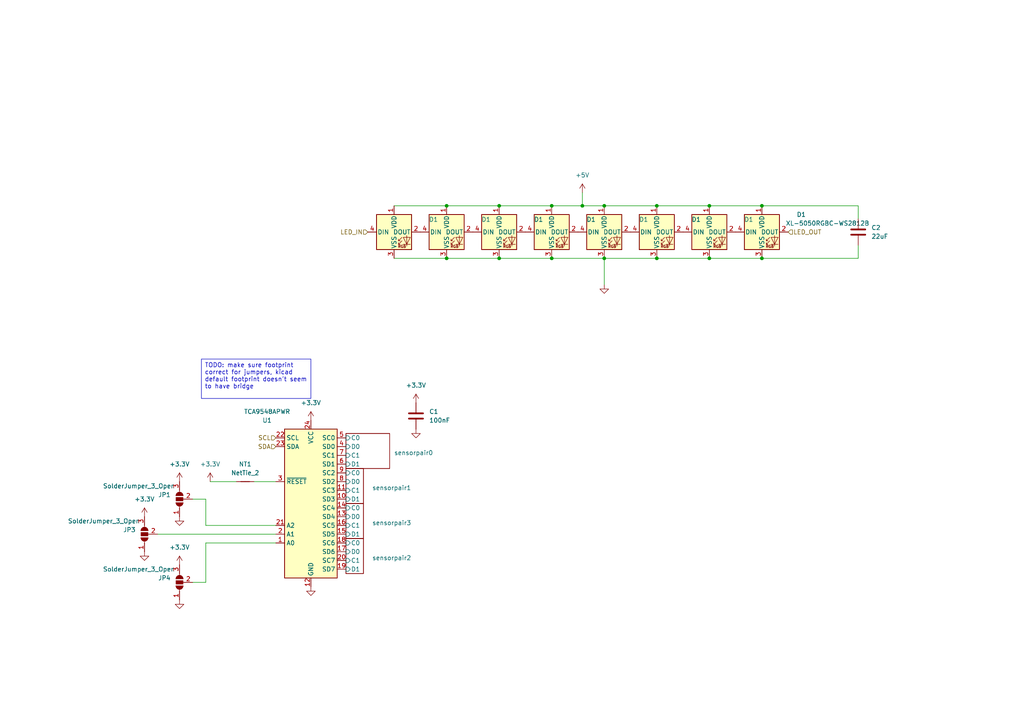
<source format=kicad_sch>
(kicad_sch (version 20230121) (generator eeschema)
  (paper "A4")
  (lib_symbols
    (symbol "Device:C" (pin_numbers hide) (pin_names (offset 0.254))
      (property "Reference" "C" (at 0.635 2.54 0))
      (property "Value" "C" (at 0.635 -2.54 0))
      (symbol "C_0_1"
        (polyline (pts (xy -2.032 -0.762) (xy 2.032 -0.762)) (stroke (width 0.508)))
        (polyline (pts (xy -2.032 0.762) (xy 2.032 0.762)) (stroke (width 0.508)))
      )
      (symbol "C_1_1"
        (pin passive line (at 0 3.81 270) (length 2.794) (name "~") (number "1"))
        (pin passive line (at 0 -3.81 90) (length 2.794) (name "~") (number "2"))
      )
    )
    (symbol "Device:NetTie_2" (pin_numbers hide) (pin_names (offset 0) hide) (in_bom no)
      (property "Reference" "NT" (at 0 1.27 0))
      (property "Value" "NetTie_2" (at 0 -1.27 0))
      (symbol "NetTie_2_0_1"
        (polyline (pts (xy -1.27 0) (xy 1.27 0)) (stroke (width 0.254)))
      )
      (symbol "NetTie_2_1_1"
        (pin passive line (at -2.54 0 0) (length 2.54) (name "1") (number "1"))
        (pin passive line (at 2.54 0 180) (length 2.54) (name "2") (number "2"))
      )
    )
    (symbol "Interface_Expansion:PCA9548ADB"
      (property "Reference" "U" (at -7.62 21.59 0))
      (property "Value" "PCA9548ADB" (at 1.016 21.59 0))
      (symbol "PCA9548ADB_0_1"
        (rectangle (start -7.62 20.32) (end 7.62 -22.86) (stroke (width 0.254)) (fill (type background)))
      )
      (symbol "PCA9548ADB_1_1"
        (pin input line (at -10.16 -12.7 0) (length 2.54) (name "A0") (number "1"))
        (pin bidirectional line (at 10.16 0 180) (length 2.54) (name "SD3") (number "10"))
        (pin output line (at 10.16 2.54 180) (length 2.54) (name "SC3") (number "11"))
        (pin power_in line (at 0 -25.4 90) (length 2.54) (name "GND") (number "12"))
        (pin bidirectional line (at 10.16 -5.08 180) (length 2.54) (name "SD4") (number "13"))
        (pin output line (at 10.16 -2.54 180) (length 2.54) (name "SC4") (number "14"))
        (pin bidirectional line (at 10.16 -10.16 180) (length 2.54) (name "SD5") (number "15"))
        (pin output line (at 10.16 -7.62 180) (length 2.54) (name "SC5") (number "16"))
        (pin bidirectional line (at 10.16 -15.24 180) (length 2.54) (name "SD6") (number "17"))
        (pin output line (at 10.16 -12.7 180) (length 2.54) (name "SC6") (number "18"))
        (pin bidirectional line (at 10.16 -20.32 180) (length 2.54) (name "SD7") (number "19"))
        (pin input line (at -10.16 -10.16 0) (length 2.54) (name "A1") (number "2"))
        (pin output line (at 10.16 -17.78 180) (length 2.54) (name "SC7") (number "20"))
        (pin input line (at -10.16 -7.62 0) (length 2.54) (name "A2") (number "21"))
        (pin input line (at -10.16 17.78 0) (length 2.54) (name "SCL") (number "22"))
        (pin bidirectional line (at -10.16 15.24 0) (length 2.54) (name "SDA") (number "23"))
        (pin power_in line (at 0 22.86 270) (length 2.54) (name "VCC") (number "24"))
        (pin input line (at -10.16 5.08 0) (length 2.54) (name "~{RESET}") (number "3"))
        (pin bidirectional line (at 10.16 15.24 180) (length 2.54) (name "SD0") (number "4"))
        (pin output line (at 10.16 17.78 180) (length 2.54) (name "SC0") (number "5"))
        (pin bidirectional line (at 10.16 10.16 180) (length 2.54) (name "SD1") (number "6"))
        (pin output line (at 10.16 12.7 180) (length 2.54) (name "SC1") (number "7"))
        (pin bidirectional line (at 10.16 5.08 180) (length 2.54) (name "SD2") (number "8"))
        (pin output line (at 10.16 7.62 180) (length 2.54) (name "SC2") (number "9"))
      )
    )
    (symbol "Jumper:SolderJumper_3_Open" (pin_names (offset 0) hide)
      (property "Reference" "JP" (at -2.54 -2.54 0))
      (property "Value" "SolderJumper_3_Open" (at 0 2.794 0))
      (symbol "SolderJumper_3_Open_0_1"
        (arc (start -1.016 1.016) (mid -2.0276 0) (end -1.016 -1.016))
        (arc (start -1.016 1.016) (mid -2.0276 0) (end -1.016 -1.016) (fill (type outline)))
        (rectangle (start -0.508 1.016) (end 0.508 -1.016) (fill (type outline)))
        (polyline (pts (xy -2.54 0) (xy -2.032 0)))
        (polyline (pts (xy -1.016 1.016) (xy -1.016 -1.016)))
        (polyline (pts (xy 0 -1.27) (xy 0 -1.016)))
        (polyline (pts (xy 1.016 1.016) (xy 1.016 -1.016)))
        (polyline (pts (xy 2.54 0) (xy 2.032 0)))
        (arc (start 1.016 -1.016) (mid 2.0276 0) (end 1.016 1.016))
        (arc (start 1.016 -1.016) (mid 2.0276 0) (end 1.016 1.016) (fill (type outline)))
      )
      (symbol "SolderJumper_3_Open_1_1"
        (pin passive line (at -5.08 0 0) (length 2.54) (name "A") (number "1"))
        (pin passive line (at 0 -3.81 90) (length 2.54) (name "C") (number "2"))
        (pin passive line (at 5.08 0 180) (length 2.54) (name "B") (number "3"))
      )
    )
    (symbol "LED:WS2812B" (pin_names (offset 0.254))
      (property "Reference" "D" (at 5.08 5.715 0))
      (property "Value" "WS2812B" (at 1.27 -5.715 0))
      (symbol "WS2812B_0_0"
        (text "RGB" (at 2.286 -4.191 0) (effects (font (size 0.762 0.762))))
      )
      (symbol "WS2812B_0_1"
        (polyline (pts (xy 1.27 -3.556) (xy 1.778 -3.556)))
        (polyline (pts (xy 1.27 -2.54) (xy 1.778 -2.54)))
        (polyline (pts (xy 4.699 -3.556) (xy 2.667 -3.556)))
        (polyline (pts (xy 2.286 -2.54) (xy 1.27 -3.556) (xy 1.27 -3.048)))
        (polyline (pts (xy 2.286 -1.524) (xy 1.27 -2.54) (xy 1.27 -2.032)))
        (polyline (pts (xy 3.683 -1.016) (xy 3.683 -3.556) (xy 3.683 -4.064)))
        (polyline (pts (xy 4.699 -1.524) (xy 2.667 -1.524) (xy 3.683 -3.556) (xy 4.699 -1.524)))
        (rectangle (start 5.08 5.08) (end -5.08 -5.08) (stroke (width 0.254)) (fill (type background)))
      )
      (symbol "WS2812B_1_1"
        (pin power_in line (at 0 7.62 270) (length 2.54) (name "VDD") (number "1"))
        (pin output line (at 7.62 0 180) (length 2.54) (name "DOUT") (number "2"))
        (pin power_in line (at 0 -7.62 90) (length 2.54) (name "VSS") (number "3"))
        (pin input line (at -7.62 0 0) (length 2.54) (name "DIN") (number "4"))
      )
    )
    (symbol "power:+3.3V" (power) (pin_names (offset 0))
      (property "Value" "+3.3V" (at 0 3.556 0))
      (symbol "+3.3V_0_1"
        (polyline (pts (xy -0.762 1.27) (xy 0 2.54)))
        (polyline (pts (xy 0 0) (xy 0 2.54)))
        (polyline (pts (xy 0 2.54) (xy 0.762 1.27)))
      )
      (symbol "+3.3V_1_1"
        (pin power_in line (at 0 0 90) (length 0) hide (name "+3.3V") (number "1"))
      )
    )
    (symbol "power:+5V" (power) (pin_names (offset 0))
      (property "Value" "+5V" (at 0 3.556 0))
      (symbol "+5V_0_1"
        (polyline (pts (xy -0.762 1.27) (xy 0 2.54)))
        (polyline (pts (xy 0 0) (xy 0 2.54)))
        (polyline (pts (xy 0 2.54) (xy 0.762 1.27)))
      )
      (symbol "+5V_1_1"
        (pin power_in line (at 0 0 90) (length 0) hide (name "+5V") (number "1"))
      )
    )
    (symbol "power:GND" (power) (pin_names (offset 0))
      (property "Value" "GND" (at 0 -3.81 0))
      (symbol "GND_0_1"
        (polyline (pts (xy 0 0) (xy 0 -1.27) (xy 1.27 -1.27) (xy 0 -2.54) (xy -1.27 -1.27) (xy 0 -1.27)))
      )
      (symbol "GND_1_1"
        (pin power_in line (at 0 0 270) (length 0) hide (name "GND") (number "1"))
      )
    )
  )
  (junction (at 205.74 59.69))
  (junction (at 160.02 59.69))
  (junction (at 190.5 59.69))
  (junction (at 175.26 59.69))
  (junction (at 168.91 59.69))
  (junction (at 205.74 74.93))
  (junction (at 160.02 74.93))
  (junction (at 220.98 59.69))
  (junction (at 175.26 74.93))
  (junction (at 144.78 59.69))
  (junction (at 129.54 59.69))
  (junction (at 144.78 74.93))
  (junction (at 220.98 74.93))
  (junction (at 129.54 74.93))
  (junction (at 190.5 74.93))
  (wire (pts (xy 248.92 59.69) (xy 248.92 63.5)))
  (wire (pts (xy 160.02 74.93) (xy 175.26 74.93)))
  (wire (pts (xy 73.66 139.7) (xy 80.01 139.7)))
  (wire (pts (xy 220.98 59.69) (xy 248.92 59.69)))
  (wire (pts (xy 168.91 55.88) (xy 168.91 59.69)))
  (wire (pts (xy 59.69 144.78) (xy 55.88 144.78)))
  (wire (pts (xy 248.92 74.93) (xy 220.98 74.93)))
  (wire (pts (xy 144.78 74.93) (xy 160.02 74.93)))
  (wire (pts (xy 114.3 74.93) (xy 129.54 74.93)))
  (wire (pts (xy 205.74 59.69) (xy 220.98 59.69)))
  (wire (pts (xy 175.26 59.69) (xy 190.5 59.69)))
  (wire (pts (xy 55.88 168.91) (xy 59.69 168.91)))
  (wire (pts (xy 59.69 157.48) (xy 80.01 157.48)))
  (wire (pts (xy 190.5 59.69) (xy 205.74 59.69)))
  (wire (pts (xy 144.78 59.69) (xy 160.02 59.69)))
  (wire (pts (xy 114.3 59.69) (xy 129.54 59.69)))
  (wire (pts (xy 175.26 74.93) (xy 175.26 82.55)))
  (wire (pts (xy 175.26 74.93) (xy 190.5 74.93)))
  (wire (pts (xy 45.72 154.94) (xy 80.01 154.94)))
  (wire (pts (xy 59.69 168.91) (xy 59.69 157.48)))
  (wire (pts (xy 160.02 59.69) (xy 168.91 59.69)))
  (wire (pts (xy 168.91 59.69) (xy 175.26 59.69)))
  (wire (pts (xy 59.69 152.4) (xy 80.01 152.4)))
  (wire (pts (xy 129.54 74.93) (xy 144.78 74.93)))
  (wire (pts (xy 59.69 144.78) (xy 59.69 152.4)))
  (wire (pts (xy 190.5 74.93) (xy 205.74 74.93)))
  (wire (pts (xy 205.74 74.93) (xy 220.98 74.93)))
  (wire (pts (xy 129.54 59.69) (xy 144.78 59.69)))
  (wire (pts (xy 248.92 71.12) (xy 248.92 74.93)))
  (wire (pts (xy 60.96 139.7) (xy 68.58 139.7)))
  (text_box "TODO: make sure footprint correct for jumpers, kicad default footprint doesn't seem to have bridge" (at 58.42 104.14 0) (size 31.75 11.43) (effects (font (size 1.27 1.27)) (justify left top)))
  (hierarchical_label "LED_OUT" (shape input) (at 228.6 67.31 0))
  (hierarchical_label "SCL" (shape input) (at 80.01 127 180))
  (hierarchical_label "LED_IN" (shape input) (at 106.68 67.31 180))
  (hierarchical_label "SDA" (shape input) (at 80.01 129.54 180))
  (symbol (lib_id "LED:WS2812B") (at 144.78 67.31 0) (unit 1)
    (property "Reference" "D1" (at 156.21 63.6621 0))
    (property "Value" "XL-5050RGBC-WS2812B" (effects hide))
    (property "Footprint" "LED_SMD:LED_WS2812B_PLCC4_5.0x5.0mm_P3.2mm" (effects hide))
    (property "Datasheet" "https://cdn-shop.adafruit.com/datasheets/WS2812B.pdf" (effects hide))
    (instances (project "chessboard" (path "" (reference "D1") (unit 1)) (path "" (reference "D3") (unit 1))))
  )
  (symbol (lib_id "power:+3.3V") (at 120.65 116.84 0) (unit 1)
    (property "Reference" "#PWR037" (effects hide))
    (property "Value" "+3.3V" (at 120.65 111.76 0))
    (instances (project "chessboard" (path "" (reference "#PWR019") (unit 1))))
  )
  (symbol (lib_id "Device:NetTie_2") (at 71.12 139.7 0) (unit 1) (in_bom no)
    (property "Reference" "NT1" (at 71.12 134.62 0))
    (property "Value" "NetTie_2" (at 71.12 137.16 0))
    (property "Footprint" "Jumper:SolderJumper-2_P1.3mm_Bridged_Pad1.0x1.5mm" (effects hide))
  )
  (symbol (lib_id "power:+3.3V") (at 90.17 121.92 0) (unit 1)
    (property "Reference" "#PWR035" (effects hide))
    (property "Value" "+3.3V" (at 90.17 116.84 0))
    (instances (project "chessboard" (path "" (reference "#PWR017") (unit 1))))
  )
  (symbol (lib_id "power:+3.3V") (at 52.07 163.83 0) (unit 1)
    (property "Reference" "#PWR014" (effects hide))
    (property "Value" "+3.3V" (at 52.07 158.75 0))
  )
  (symbol (lib_id "Interface_Expansion:PCA9548ADB") (at 90.17 144.78 0) (unit 1)
    (property "Reference" "U1" (at 77.47 121.92 0))
    (property "Value" "TCA9548APWR" (at 77.47 119.38 0))
    (property "Footprint" "Package_SO:TSSOP-24_4.4x7.8mm_P0.65mm" (effects hide))
    (property "Datasheet" "http://www.ti.com/lit/ds/symlink/pca9548a.pdf" (effects hide))
  )
  (symbol (lib_id "power:GND") (at 90.17 170.18 0) (unit 1)
    (property "Reference" "#PWR036" (effects hide))
    (property "Value" "GND" (effects hide))
    (instances (project "chessboard" (path "" (reference "#PWR018") (unit 1))))
  )
  (symbol (lib_id "power:+3.3V") (at 41.91 149.86 0) (unit 1)
    (property "Reference" "#PWR09" (effects hide))
    (property "Value" "+3.3V" (at 41.91 144.78 0))
    (instances (project "chessboard" (path "" (reference "#PWR011") (unit 1)) (path "" (reference "#PWR010") (unit 1))))
  )
  (symbol (lib_id "LED:WS2812B") (at 220.98 67.31 0) (unit 1)
    (property "Reference" "D1" (at 232.41 62.23 0))
    (property "Value" "XL-5050RGBC-WS2812B" (at 240.03 64.77 0))
    (property "Footprint" "LED_SMD:LED_WS2812B_PLCC4_5.0x5.0mm_P3.2mm" (effects hide))
    (property "Datasheet" "https://cdn-shop.adafruit.com/datasheets/WS2812B.pdf" (effects hide))
    (instances (project "chessboard" (path "" (reference "D1") (unit 1)) (path "" (reference "D8") (unit 1))))
  )
  (symbol (lib_id "power:GND") (at 120.65 124.46 0) (unit 1)
    (property "Reference" "#PWR038" (effects hide))
    (property "Value" "GND" (effects hide))
    (instances (project "chessboard" (path "" (reference "#PWR020") (unit 1))))
  )
  (symbol (lib_id "power:GND") (at 52.07 149.86 0) (unit 1)
    (property "Reference" "#PWR010" (effects hide))
    (property "Value" "GND" (effects hide))
    (instances (project "chessboard" (path "" (reference "#PWR010") (unit 1)) (path "" (reference "#PWR013") (unit 1))))
  )
  (symbol (lib_id "LED:WS2812B") (at 114.3 67.31 0) (unit 1)
    (property "Reference" "D1" (at 125.73 63.6621 0))
    (property "Value" "XL-5050RGBC-WS2812B" (effects hide))
    (property "Footprint" "LED_SMD:LED_WS2812B_PLCC4_5.0x5.0mm_P3.2mm" (effects hide))
    (property "Datasheet" "https://cdn-shop.adafruit.com/datasheets/WS2812B.pdf" (effects hide))
  )
  (symbol (lib_id "power:GND") (at 41.91 160.02 0) (unit 1)
    (property "Reference" "#PWR013" (effects hide))
    (property "Value" "GND" (effects hide))
    (instances (project "chessboard" (path "" (reference "#PWR013") (unit 1)) (path "" (reference "#PWR011") (unit 1))))
  )
  (symbol (lib_id "power:+5V") (at 168.91 55.88 0) (unit 1)
    (property "Reference" "#PWR039" (effects hide))
    (property "Value" "+5V" (at 168.91 50.8 0))
    (instances (project "chessboard" (path "" (reference "#PWR021") (unit 1))))
  )
  (symbol (lib_id "LED:WS2812B") (at 129.54 67.31 0) (unit 1)
    (property "Reference" "D1" (at 140.97 63.6621 0))
    (property "Value" "XL-5050RGBC-WS2812B" (effects hide))
    (property "Footprint" "LED_SMD:LED_WS2812B_PLCC4_5.0x5.0mm_P3.2mm" (effects hide))
    (property "Datasheet" "https://cdn-shop.adafruit.com/datasheets/WS2812B.pdf" (effects hide))
    (instances (project "chessboard" (path "" (reference "D1") (unit 1)) (path "" (reference "D2") (unit 1))))
  )
  (symbol (lib_id "Device:C") (at 120.65 120.65 0) (unit 1)
    (property "Reference" "C3" (at 124.46 119.38 0) (effects (justify left)))
    (property "Value" "100nF" (at 124.46 121.92 0) (effects (justify left)))
    (property "Footprint" "Capacitor_SMD:C_0805_2012Metric_Pad1.18x1.45mm_HandSolder" (effects hide))
    (instances (project "chessboard" (path "" (reference "C1") (unit 1))))
  )
  (symbol (lib_id "power:+3.3V") (at 52.07 139.7 0) (unit 1)
    (property "Reference" "#PWR011" (effects hide))
    (property "Value" "+3.3V" (at 52.07 134.62 0))
    (instances (project "chessboard" (path "" (reference "#PWR09") (unit 1)) (path "" (reference "#PWR012") (unit 1))))
  )
  (symbol (lib_id "power:GND") (at 52.07 173.99 0) (unit 1)
    (property "Reference" "#PWR015" (effects hide))
    (property "Value" "GND" (effects hide))
  )
  (symbol (lib_id "Device:C") (at 248.92 67.31 0) (unit 1)
    (property "Reference" "C4" (at 252.73 66.04 0) (effects (justify left)))
    (property "Value" "22uF" (at 252.73 68.58 0) (effects (justify left)))
    (property "Footprint" "Capacitor_SMD:C_0805_2012Metric_Pad1.18x1.45mm_HandSolder" (effects hide))
    (instances (project "chessboard" (path "" (reference "C2") (unit 1))))
  )
  (symbol (lib_id "Jumper:SolderJumper_3_Open") (at 41.91 154.94 90) (unit 1) (in_bom no)
    (property "Reference" "JP3" (at 39.37 153.67 90) (effects (justify left)))
    (property "Value" "SolderJumper_3_Open" (at 40.64 151.13 90) (effects (justify left)))
    (property "Footprint" "Jumper:SolderJumper-3_P2.0mm_Open_TrianglePad1.0x1.5mm" (effects hide))
    (instances (project "chessboard" (path "" (reference "JP3") (unit 1)) (path "" (reference "JP2") (unit 1))))
  )
  (symbol (lib_id "LED:WS2812B") (at 160.02 67.31 0) (unit 1)
    (property "Reference" "D1" (at 171.45 63.6621 0))
    (property "Value" "XL-5050RGBC-WS2812B" (effects hide))
    (property "Footprint" "LED_SMD:LED_WS2812B_PLCC4_5.0x5.0mm_P3.2mm" (effects hide))
    (property "Datasheet" "https://cdn-shop.adafruit.com/datasheets/WS2812B.pdf" (effects hide))
    (instances (project "chessboard" (path "" (reference "D1") (unit 1)) (path "" (reference "D4") (unit 1))))
  )
  (symbol (lib_id "LED:WS2812B") (at 175.26 67.31 0) (unit 1)
    (property "Reference" "D1" (at 186.69 63.6621 0))
    (property "Value" "XL-5050RGBC-WS2812B" (effects hide))
    (property "Footprint" "LED_SMD:LED_WS2812B_PLCC4_5.0x5.0mm_P3.2mm" (effects hide))
    (property "Datasheet" "https://cdn-shop.adafruit.com/datasheets/WS2812B.pdf" (effects hide))
    (instances (project "chessboard" (path "" (reference "D1") (unit 1)) (path "" (reference "D5") (unit 1))))
  )
  (symbol (lib_id "LED:WS2812B") (at 190.5 67.31 0) (unit 1)
    (property "Reference" "D1" (at 201.93 63.6621 0))
    (property "Value" "XL-5050RGBC-WS2812B" (effects hide))
    (property "Footprint" "LED_SMD:LED_WS2812B_PLCC4_5.0x5.0mm_P3.2mm" (effects hide))
    (property "Datasheet" "https://cdn-shop.adafruit.com/datasheets/WS2812B.pdf" (effects hide))
    (instances (project "chessboard" (path "" (reference "D1") (unit 1)) (path "" (reference "D6") (unit 1))))
  )
  (symbol (lib_id "power:+3.3V") (at 60.96 139.7 0) (unit 1)
    (property "Reference" "#PWR034" (effects hide))
    (property "Value" "+3.3V" (at 60.96 134.62 0))
    (instances (project "chessboard" (path "" (reference "#PWR016") (unit 1))))
  )
  (symbol (lib_id "Jumper:SolderJumper_3_Open") (at 52.07 144.78 90) (unit 1) (in_bom no)
    (property "Reference" "JP1" (at 49.53 143.51 90) (effects (justify left)))
    (property "Value" "SolderJumper_3_Open" (at 50.8 140.97 90) (effects (justify left)))
    (property "Footprint" "Jumper:SolderJumper-3_P2.0mm_Open_TrianglePad1.0x1.5mm" (effects hide))
    (instances (project "chessboard" (path "" (reference "JP1") (unit 1)) (path "" (reference "JP3") (unit 1))))
  )
  (symbol (lib_id "LED:WS2812B") (at 205.74 67.31 0) (unit 1)
    (property "Reference" "D1" (at 217.17 63.6621 0))
    (property "Value" "XL-5050RGBC-WS2812B" (effects hide))
    (property "Footprint" "LED_SMD:LED_WS2812B_PLCC4_5.0x5.0mm_P3.2mm" (effects hide))
    (property "Datasheet" "https://cdn-shop.adafruit.com/datasheets/WS2812B.pdf" (effects hide))
    (instances (project "chessboard" (path "" (reference "D1") (unit 1)) (path "" (reference "D7") (unit 1))))
  )
  (symbol (lib_id "power:GND") (at 175.26 82.55 0) (unit 1)
    (property "Reference" "#PWR040" (effects hide))
    (property "Value" "GND" (effects hide))
    (instances (project "chessboard" (path "" (reference "#PWR022") (unit 1))))
  )
  (symbol (lib_id "Jumper:SolderJumper_3_Open") (at 52.07 168.91 90) (unit 1) (in_bom no)
    (property "Reference" "JP4" (at 49.53 167.64 90) (effects (justify left)))
    (property "Value" "SolderJumper_3_Open" (at 50.8 165.1 90) (effects (justify left)))
    (property "Footprint" "Jumper:SolderJumper-3_P2.0mm_Open_TrianglePad1.0x1.5mm" (effects hide))
  )
  (sheet (at 100.33 135.89) (size 5.08 10.16) (stroke (width 0.1524))
    (property "Sheetname" "sensorpair1" (at 107.95 142.24 0) (effects (justify left bottom)))
    (property "Sheetfile" "sensorpair.kicad_sch" (effects hide))
    (pin "C1" input (at 100.33 142.24 180))
    (pin "D1" input (at 100.33 144.78 180))
    (pin "C0" input (at 100.33 137.16 180))
    (pin "D0" input (at 100.33 139.7 180))
  )
  (sheet (at 100.33 146.05) (size 5.08 10.16) (stroke (width 0.1524))
    (property "Sheetname" "sensorpair3" (at 107.95 152.4 0) (effects (justify left bottom)))
    (property "Sheetfile" "sensorpair.kicad_sch" (effects hide))
    (pin "C1" input (at 100.33 152.4 180))
    (pin "D1" input (at 100.33 154.94 180))
    (pin "C0" input (at 100.33 147.32 180))
    (pin "D0" input (at 100.33 149.86 180))
  )
  (sheet (at 100.33 125.73) (size 12.7 10.16) (stroke (width 0.1524))
    (property "Sheetname" "sensorpair0" (at 114.3 132.08 0) (effects (justify left bottom)))
    (property "Sheetfile" "sensorpair.kicad_sch" (effects hide))
    (pin "C1" input (at 100.33 132.08 180))
    (pin "D1" input (at 100.33 134.62 180))
    (pin "C0" input (at 100.33 127 180))
    (pin "D0" input (at 100.33 129.54 180))
  )
  (sheet (at 100.33 156.21) (size 5.08 10.16) (stroke (width 0.1524))
    (property "Sheetname" "sensorpair2" (at 107.95 162.56 0) (effects (justify left bottom)))
    (property "Sheetfile" "sensorpair.kicad_sch" (effects hide))
    (pin "C1" input (at 100.33 162.56 180))
    (pin "D1" input (at 100.33 165.1 180))
    (pin "C0" input (at 100.33 157.48 180))
    (pin "D0" input (at 100.33 160.02 180))
  )
)
</source>
